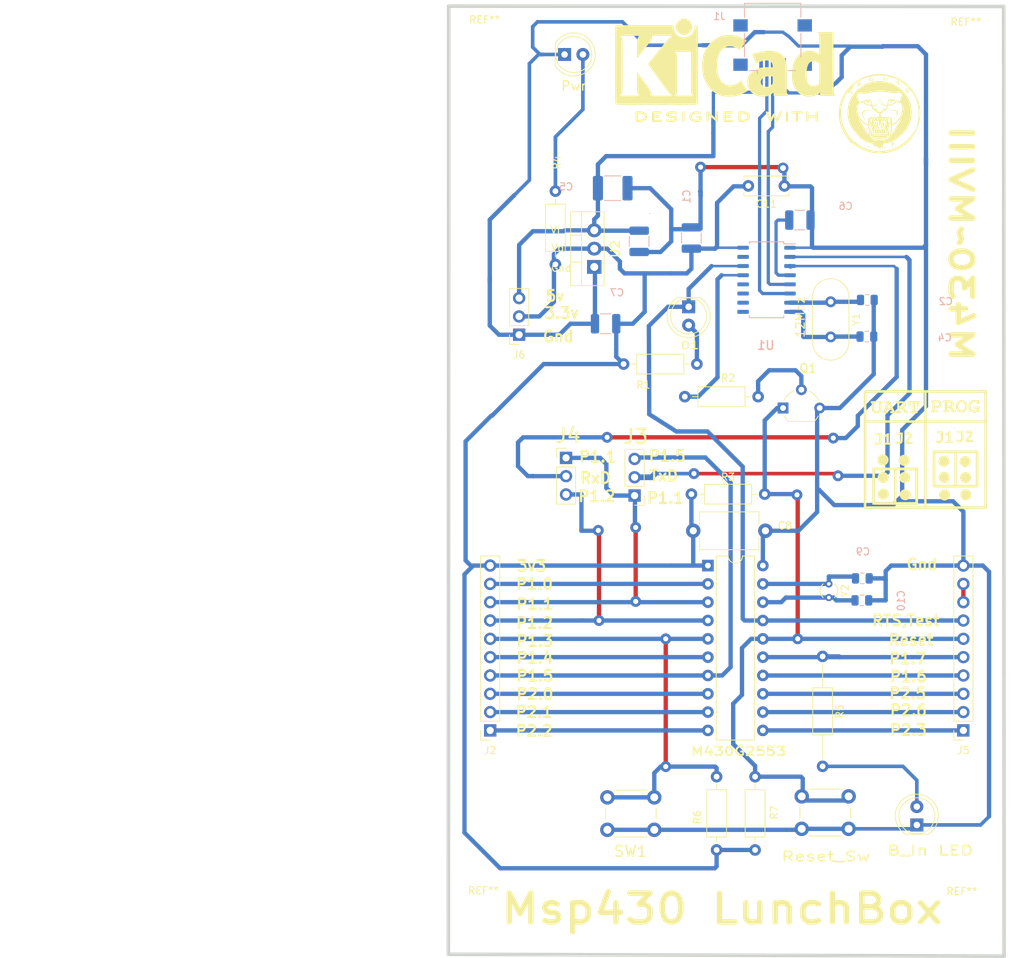
<source format=kicad_pcb>
(kicad_pcb (version 20171130) (host pcbnew 5.1.7-a382d34a8~87~ubuntu20.04.1)
  (layers (0 F.Cu signal) (31 B.Cu signal) (34 B.Paste user) (35 F.Paste user) (36 B.SilkS user) (37 F.SilkS user) (38 B.Mask user) (39 F.Mask user) (44 Edge.Cuts user))
  (net 0 "")
  (net 1 GND)
  (net 2 +3V3)
  (net 3 "Net-(C2-Pad1)")
  (net 4 +5V)
  (net 5 "Net-(C4-Pad1)")
  (net 6 "Net-(C6-Pad1)")
  (net 7 "Net-(C9-Pad1)")
  (net 8 "Net-(C10-Pad1)")
  (net 9 "Net-(D2-Pad2)")
  (net 10 "Net-(D3-Pad2)")
  (net 11 "Net-(J1-Pad4)")
  (net 12 Dp)
  (net 13 Dm)
  (net 14 "Net-(J1-Pad6)")
  (net 15 P1.0)
  (net 16 P1.1)
  (net 17 P1.2)
  (net 18 P1.3)
  (net 19 P1.4)
  (net 20 P1.5)
  (net 21 P2.0)
  (net 22 P2.1)
  (net 23 P2.2)
  (net 24 TxD)
  (net 25 RxD)
  (net 26 NS15)
  (net 27 RTS,Test)
  (net 28 Reset)
  (net 29 P1.7)
  (net 30 P1.6)
  (net 31 P2.5)
  (net 32 P2.4)
  (net 33 P2.3)
  (net 34 "Net-(Q1-Pad2)")
  (net 35 /DTR)
  (net 36 "Net-(U1-Pad15)")
  (net 37 "Net-(U1-Pad12)")
  (net 38 "Net-(U1-Pad11)")
  (net 39 "Net-(U1-Pad10)")
  (net 40 "Net-(U1-Pad9)")
  (net 41 "Net-(D1-Pad2)")
  (module Connector_USB:USB_Mini-B_Lumberg_2486_01_Horizontal (layer B.Cu) (at 125.8112 36.4144)
    (fp_text reference J1 (at -7.3964 -4.1056) (layer B.SilkS) (effects (justify mirror)))
    (fp_text value USB_B_Mini)
    (pad "" np_thru_hole circle (at 2.2 0) (size 1 1) (drill 1) (layers *.Cu *.Mask))
    (pad "" np_thru_hole circle (at -2.2 0) (size 1 1) (drill 1) (layers *.Cu *.Mask))
    (pad 6 smd rect (at 4.45 -2.85) (size 2 1.7) (layers B.Cu B.Paste B.Mask) (net 14 "Net-(J1-Pad6)"))
    (pad 6 smd rect (at 4.45 2.6) (size 2 1.7) (layers B.Cu B.Paste B.Mask) (net 14 "Net-(J1-Pad6)"))
    (pad 6 smd rect (at -4.45 -2.85) (size 2 1.7) (layers B.Cu B.Paste B.Mask) (net 14 "Net-(J1-Pad6)"))
    (pad 6 smd rect (at -4.45 2.6) (size 2 1.7) (layers B.Cu B.Paste B.Mask) (net 14 "Net-(J1-Pad6)"))
    (pad 5 smd rect (at 1.6 2.7) (size 0.5 2) (layers B.Cu B.Paste B.Mask) (net 1 GND))
    (pad 4 smd rect (at 0.8 2.7) (size 0.5 2) (layers B.Cu B.Paste B.Mask) (net 11 "Net-(J1-Pad4)"))
    (pad 3 smd rect (at 0 2.7) (size 0.5 2) (layers B.Cu B.Paste B.Mask) (net 12 Dp))
    (pad 2 smd rect (at -0.8 2.7) (size 0.5 2) (layers B.Cu B.Paste B.Mask) (net 13 Dm))
    (pad 1 smd rect (at -1.6 2.7) (size 0.5 2) (layers B.Cu B.Paste B.Mask) (net 4 +5V))
  )
  (module bitmaps:uart (layer F.Cu) (at 146.9644 92.3544)
    (fp_text reference G*** hide)
    (fp_text value LOGO hide)
  )
  (module bitmaps:uart (layer F.Cu) (at 149.5552 95.4024)
    (fp_text reference G*** hide)
    (fp_text value LOGO hide)
  )
  (module MountingHole:MountingHole_2.1mm (layer F.Cu) (at 85.7504 156.718)
    (fp_text reference REF** (at 0 -3.2) (layer F.SilkS))
    (fp_text value MountingHole_2.1mm)
    (pad "" np_thru_hole circle (at 0 0) (size 2.1 2.1) (drill 2.1) (layers *.Cu *.Mask))
  )
  (module MountingHole:MountingHole_2.1mm (layer F.Cu) (at 152.0444 156.8196)
    (fp_text reference REF** (at 0 -3.2) (layer F.SilkS))
    (fp_text value MountingHole_2.1mm)
    (pad "" np_thru_hole circle (at 0 0) (size 2.1 2.1) (drill 2.1) (layers *.Cu *.Mask))
  )
  (module MountingHole:MountingHole_2.1mm (layer F.Cu) (at 152.6032 36.2712)
    (fp_text reference REF** (at 0 -3.2) (layer F.SilkS))
    (fp_text value MountingHole_2.1mm)
    (pad "" np_thru_hole circle (at 0 0) (size 2.1 2.1) (drill 2.1) (layers *.Cu *.Mask))
  )
  (module MountingHole:MountingHole_2.1mm (layer F.Cu) (at 85.9028 35.9664)
    (fp_text reference REF** (at 0 -3.2) (layer F.SilkS))
    (fp_text value MountingHole_2.1mm)
    (pad "" np_thru_hole circle (at 0 0) (size 2.1 2.1) (drill 2.1) (layers *.Cu *.Mask))
  )
  (module Capacitor_SMD:C_1812_4532Metric (layer B.Cu) (at 103.65 56.134)
    (fp_text reference C5 (at -6.4696 -0.2032 180) (layer B.SilkS) (effects (justify mirror)))
    (fp_text value 10uF)
    (pad 2 smd roundrect (at 2.05 0) (size 1.4 3.4) (layers B.Cu B.Paste B.Mask) (roundrect_rratio 0.1785707142857143) (net 1 GND))
    (pad 1 smd roundrect (at -2.05 0) (size 1.4 3.4) (layers B.Cu B.Paste B.Mask) (roundrect_rratio 0.1785707142857143) (net 4 +5V))
  )
  (module Capacitor_SMD:C_1210_3225Metric (layer B.Cu) (at 107.315 63.5 270)
    (fp_text reference C3 (at -3.8608 -1.4478) (layer B.SilkS) (effects (font (size 0.1 0.1) (thickness 0.025)) (justify mirror)))
    (fp_text value 0.1uF)
    (pad 2 smd roundrect (at 1.475 0 270) (size 1.15 2.7) (layers B.Cu B.Paste B.Mask) (roundrect_rratio 0.2173904347826087) (net 1 GND))
    (pad 1 smd roundrect (at -1.475 0 270) (size 1.15 2.7) (layers B.Cu B.Paste B.Mask) (roundrect_rratio 0.2173904347826087) (net 4 +5V))
  )
  (module Capacitor_SMD:C_1210_3225Metric (layer B.Cu) (at 114.554 63.041 90)
    (fp_text reference C1 (at 5.7386 -0.6604 90) (layer B.SilkS) (effects (justify mirror)))
    (fp_text value 0.1u)
    (pad 2 smd roundrect (at 1.475 0 90) (size 1.15 2.7) (layers B.Cu B.Paste B.Mask) (roundrect_rratio 0.2173904347826087) (net 1 GND))
    (pad 1 smd roundrect (at -1.475 0 90) (size 1.15 2.7) (layers B.Cu B.Paste B.Mask) (roundrect_rratio 0.2173904347826087) (net 2 +3V3))
  )
  (module Capacitor_SMD:C_1210_3225Metric (layer B.Cu) (at 102.665 74.93 180)
    (fp_text reference C7 (at -1.5766 4.318) (layer B.SilkS) (effects (justify mirror)))
    (fp_text value 10uF)
    (pad 2 smd roundrect (at 1.475 0 180) (size 1.15 2.7) (layers B.Cu B.Paste B.Mask) (roundrect_rratio 0.2173904347826087) (net 1 GND))
    (pad 1 smd roundrect (at -1.475 0 180) (size 1.15 2.7) (layers B.Cu B.Paste B.Mask) (roundrect_rratio 0.2173904347826087) (net 2 +3V3))
  )
  (module Package_TO_SOT_THT:TO-92_Wide (layer F.Cu) (at 127.254 86.614)
    (fp_text reference Q1 (at 3.4544 -5.4864) (layer F.SilkS) (effects (font (size 1.2 1.2) (thickness 0.2))))
    (fp_text value BC547)
    (pad 1 thru_hole rect (at 0 0) (size 1.5 1.5) (drill 0.8) (layers *.Cu *.Mask) (net 28 Reset))
    (pad 3 thru_hole circle (at 5.08 0) (size 1.5 1.5) (drill 0.8) (layers *.Cu *.Mask) (net 1 GND))
    (pad 2 thru_hole circle (at 2.54 -2.54) (size 1.5 1.5) (drill 0.8) (layers *.Cu *.Mask) (net 34 "Net-(Q1-Pad2)"))
  )
  (module bitmaps:jaguar3 (layer F.Cu) (at 140.6652 45.72)
    (fp_text reference G*** hide)
    (fp_text value LOGO hide)
  )
  (module bitmaps:Uart_prog (layer F.Cu) (at 21.5392 98.1964)
    (fp_text reference G*** hide)
    (fp_text value LOGO hide)
  )
  (module Resistor_THT:R_Axial_DIN0207_L6.3mm_D2.5mm_P15.24mm_Horizontal (layer F.Cu) (at 132.7404 121.0564 270)
    (fp_text reference R5 (at 7.62 -2.37 90) (layer F.SilkS))
    (fp_text value 1k)
    (pad 2 thru_hole oval (at 15.24 0 270) (size 1.6 1.6) (drill 0.8) (layers *.Cu *.Mask) (net 10 "Net-(D3-Pad2)"))
    (pad 1 thru_hole circle (at 0 0 270) (size 1.6 1.6) (drill 0.8) (layers *.Cu *.Mask) (net 29 P1.7))
  )
  (module Symbol:KiCad-Logo2_12mm_SilkScreen (layer F.Cu) (at 119.2276 38.5572)
    (fp_text reference REF** hide)
    (fp_text value KiCad-Logo2_12mm_SilkScreen hide)
  )
  (module Capacitor_THT:C_Disc_D8.0mm_W5.0mm_P10.00mm (layer F.Cu) (at 114.808 103.632)
    (fp_text reference C8 (at 12.7 -0.7112) (layer F.SilkS))
    (fp_text value 0.1uF)
    (pad 2 thru_hole circle (at 10 0) (size 2 2) (drill 1) (layers *.Cu *.Mask) (net 1 GND))
    (pad 1 thru_hole circle (at 0 0) (size 2 2) (drill 1) (layers *.Cu *.Mask) (net 2 +3V3))
  )
  (module Resistor_THT:R_Axial_DIN0207_L6.3mm_D2.5mm_P10.16mm_Horizontal (layer F.Cu) (at 123.3805 147.8915 90)
    (fp_text reference R7 (at 5.1943 2.6543 90) (layer F.SilkS))
    (fp_text value 1k)
    (pad 2 thru_hole oval (at 10.16 0 90) (size 1.6 1.6) (drill 0.8) (layers *.Cu *.Mask) (net 28 Reset))
    (pad 1 thru_hole circle (at 0 0 90) (size 1.6 1.6) (drill 0.8) (layers *.Cu *.Mask) (net 2 +3V3))
  )
  (module Resistor_THT:R_Axial_DIN0207_L6.3mm_D2.5mm_P10.16mm_Horizontal (layer F.Cu) (at 118.0465 137.7315 270)
    (fp_text reference R6 (at 5.6261 2.6797 90) (layer F.SilkS))
    (fp_text value 1k)
    (pad 2 thru_hole oval (at 10.16 0 270) (size 1.6 1.6) (drill 0.8) (layers *.Cu *.Mask) (net 2 +3V3))
    (pad 1 thru_hole circle (at 0 0 270) (size 1.6 1.6) (drill 0.8) (layers *.Cu *.Mask) (net 18 P1.3))
  )
  (module Resistor_THT:R_Axial_DIN0207_L6.3mm_D2.5mm_P10.16mm_Horizontal (layer F.Cu) (at 95.7072 66.7004 90)
    (fp_text reference R4 (at 14.1224 0.2032 90) (layer F.SilkS))
    (fp_text value 1k)
    (pad 2 thru_hole oval (at 10.16 0 90) (size 1.6 1.6) (drill 0.8) (layers *.Cu *.Mask) (net 9 "Net-(D2-Pad2)"))
    (pad 1 thru_hole circle (at 0 0 90) (size 1.6 1.6) (drill 0.8) (layers *.Cu *.Mask) (net 2 +3V3))
  )
  (module Resistor_THT:R_Axial_DIN0207_L6.3mm_D2.5mm_P10.16mm_Horizontal (layer F.Cu) (at 114.554 98.552)
    (fp_text reference R3 (at 5.08 -2.37) (layer F.SilkS))
    (fp_text value 1k)
    (pad 2 thru_hole oval (at 10.16 0) (size 1.6 1.6) (drill 0.8) (layers *.Cu *.Mask) (net 28 Reset))
    (pad 1 thru_hole circle (at 0 0) (size 1.6 1.6) (drill 0.8) (layers *.Cu *.Mask) (net 2 +3V3))
  )
  (module Resistor_THT:R_Axial_DIN0207_L6.3mm_D2.5mm_P10.16mm_Horizontal (layer F.Cu) (at 123.7996 85.0392 180)
    (fp_text reference R2 (at 4.1656 2.5908) (layer F.SilkS))
    (fp_text value 1k)
    (pad 2 thru_hole oval (at 10.16 0 180) (size 1.6 1.6) (drill 0.8) (layers *.Cu *.Mask) (net 35 /DTR))
    (pad 1 thru_hole circle (at 0 0 180) (size 1.6 1.6) (drill 0.8) (layers *.Cu *.Mask) (net 34 "Net-(Q1-Pad2)"))
  )
  (module Resistor_THT:R_Axial_DIN0207_L6.3mm_D2.5mm_P10.16mm_Horizontal (layer F.Cu) (at 105.156 80.518)
    (fp_text reference R1 (at 2.7432 2.8956) (layer F.SilkS))
    (fp_text value 1k)
    (pad 2 thru_hole oval (at 10.16 0) (size 1.6 1.6) (drill 0.8) (layers *.Cu *.Mask) (net 41 "Net-(D1-Pad2)"))
    (pad 1 thru_hole circle (at 0 0) (size 1.6 1.6) (drill 0.8) (layers *.Cu *.Mask) (net 2 +3V3))
  )
  (module Capacitor_THT:C_Disc_D6.0mm_W2.5mm_P5.00mm (layer F.Cu) (at 127.4445 55.8165 180)
    (fp_text reference C11 (at 2.5 -2.5) (layer F.SilkS))
    (fp_text value 0.1uF)
    (pad 2 thru_hole circle (at 5 0 180) (size 1.6 1.6) (drill 0.8) (layers *.Cu *.Mask) (net 2 +3V3))
    (pad 1 thru_hole circle (at 0 0 180) (size 1.6 1.6) (drill 0.8) (layers *.Cu *.Mask) (net 1 GND))
  )
  (module Crystal:Crystal_C26-LF_D2.1mm_L6.5mm_Vertical (layer F.Cu) (at 133.604 110.998 270)
    (fp_text reference Y2 (at 0.95 -2.23 90) (layer F.SilkS))
    (fp_text value 32.768KHz)
    (pad 2 thru_hole circle (at 1.9 0 270) (size 1 1) (drill 0.5) (layers *.Cu *.Mask) (net 8 "Net-(C10-Pad1)"))
    (pad 1 thru_hole circle (at 0 0 270) (size 1 1) (drill 0.5) (layers *.Cu *.Mask) (net 7 "Net-(C9-Pad1)"))
  )
  (module Crystal:Crystal_HC49-U_Vertical (layer F.Cu) (at 133.858 71.882 270)
    (fp_text reference Y1 (at 2.44 -3.525 90) (layer F.SilkS))
    (fp_text value 12Mhz (at 2.1336 4.2164 90) (layer F.SilkS) (effects (font (size 1.2 1.2) (thickness 0.16))))
    (pad 2 thru_hole circle (at 4.88 0 270) (size 1.5 1.5) (drill 0.8) (layers *.Cu *.Mask) (net 5 "Net-(C4-Pad1)"))
    (pad 1 thru_hole circle (at 0 0 270) (size 1.5 1.5) (drill 0.8) (layers *.Cu *.Mask) (net 3 "Net-(C2-Pad1)"))
  )
  (module Package_DIP:DIP-20_W7.62mm (layer F.Cu) (at 116.84 108.458)
    (fp_text reference M430G2553 (at 4.2672 25.7556) (layer F.SilkS) (effects (font (size 1.2 1.5) (thickness 0.25))))
    (fp_text value MSP430G2553IN20)
    (pad 20 thru_hole oval (at 7.62 0) (size 1.6 1.6) (drill 0.8) (layers *.Cu *.Mask) (net 1 GND))
    (pad 10 thru_hole oval (at 0 22.86) (size 1.6 1.6) (drill 0.8) (layers *.Cu *.Mask) (net 23 P2.2))
    (pad 19 thru_hole oval (at 7.62 2.54) (size 1.6 1.6) (drill 0.8) (layers *.Cu *.Mask) (net 7 "Net-(C9-Pad1)"))
    (pad 9 thru_hole oval (at 0 20.32) (size 1.6 1.6) (drill 0.8) (layers *.Cu *.Mask) (net 22 P2.1))
    (pad 18 thru_hole oval (at 7.62 5.08) (size 1.6 1.6) (drill 0.8) (layers *.Cu *.Mask) (net 8 "Net-(C10-Pad1)"))
    (pad 8 thru_hole oval (at 0 17.78) (size 1.6 1.6) (drill 0.8) (layers *.Cu *.Mask) (net 21 P2.0))
    (pad 17 thru_hole oval (at 7.62 7.62) (size 1.6 1.6) (drill 0.8) (layers *.Cu *.Mask) (net 27 RTS,Test))
    (pad 7 thru_hole oval (at 0 15.24) (size 1.6 1.6) (drill 0.8) (layers *.Cu *.Mask) (net 20 P1.5))
    (pad 16 thru_hole oval (at 7.62 10.16) (size 1.6 1.6) (drill 0.8) (layers *.Cu *.Mask) (net 28 Reset))
    (pad 6 thru_hole oval (at 0 12.7) (size 1.6 1.6) (drill 0.8) (layers *.Cu *.Mask) (net 19 P1.4))
    (pad 15 thru_hole oval (at 7.62 12.7) (size 1.6 1.6) (drill 0.8) (layers *.Cu *.Mask) (net 29 P1.7))
    (pad 5 thru_hole oval (at 0 10.16) (size 1.6 1.6) (drill 0.8) (layers *.Cu *.Mask) (net 18 P1.3))
    (pad 14 thru_hole oval (at 7.62 15.24) (size 1.6 1.6) (drill 0.8) (layers *.Cu *.Mask) (net 30 P1.6))
    (pad 4 thru_hole oval (at 0 7.62) (size 1.6 1.6) (drill 0.8) (layers *.Cu *.Mask) (net 17 P1.2))
    (pad 13 thru_hole oval (at 7.62 17.78) (size 1.6 1.6) (drill 0.8) (layers *.Cu *.Mask) (net 31 P2.5))
    (pad 3 thru_hole oval (at 0 5.08) (size 1.6 1.6) (drill 0.8) (layers *.Cu *.Mask) (net 16 P1.1))
    (pad 12 thru_hole oval (at 7.62 20.32) (size 1.6 1.6) (drill 0.8) (layers *.Cu *.Mask) (net 32 P2.4))
    (pad 2 thru_hole oval (at 0 2.54) (size 1.6 1.6) (drill 0.8) (layers *.Cu *.Mask) (net 15 P1.0))
    (pad 11 thru_hole oval (at 7.62 22.86) (size 1.6 1.6) (drill 0.8) (layers *.Cu *.Mask) (net 33 P2.3))
    (pad 1 thru_hole rect (at 0 0) (size 1.6 1.6) (drill 0.8) (layers *.Cu *.Mask) (net 2 +3V3))
  )
  (module Package_TO_SOT_THT:TO-220-3_Vertical (layer F.Cu) (at 101.092 67.056 90)
    (fp_text reference U2 (at 2.4892 2.8956 90) (layer F.SilkS) (effects (font (size 1.2 1.2) (thickness 0.2))))
    (fp_text value LD1117)
    (pad 3 thru_hole oval (at 5.08 0 90) (size 1.905 2) (drill 1.1) (layers *.Cu *.Mask) (net 4 +5V))
    (pad 2 thru_hole oval (at 2.54 0 90) (size 1.905 2) (drill 1.1) (layers *.Cu *.Mask) (net 2 +3V3))
    (pad 1 thru_hole rect (at 0 0 90) (size 1.905 2) (drill 1.1) (layers *.Cu *.Mask) (net 1 GND))
  )
  (module Package_SO:SOIC-16_4.55x10.3mm_P1.27mm (layer B.Cu) (at 124.968 68.834 180)
    (fp_text reference U1 (at 0.1016 -9.0932) (layer B.SilkS) (effects (font (size 1.2 1.2) (thickness 0.2)) (justify mirror)))
    (fp_text value CH340G)
    (pad 16 smd roundrect (at 3.25 4.445 180) (size 1.6 0.55) (layers B.Cu B.Paste B.Mask) (net 2 +3V3))
    (pad 15 smd roundrect (at 3.25 3.175 180) (size 1.6 0.55) (layers B.Cu B.Paste B.Mask) (net 36 "Net-(U1-Pad15)"))
    (pad 14 smd roundrect (at 3.25 1.905 180) (size 1.6 0.55) (layers B.Cu B.Paste B.Mask) (net 27 RTS,Test))
    (pad 13 smd roundrect (at 3.25 0.635 180) (size 1.6 0.55) (layers B.Cu B.Paste B.Mask) (net 35 /DTR))
    (pad 12 smd roundrect (at 3.25 -0.635 180) (size 1.6 0.55) (layers B.Cu B.Paste B.Mask) (net 37 "Net-(U1-Pad12)"))
    (pad 11 smd roundrect (at 3.25 -1.905 180) (size 1.6 0.55) (layers B.Cu B.Paste B.Mask) (net 38 "Net-(U1-Pad11)"))
    (pad 10 smd roundrect (at 3.25 -3.175 180) (size 1.6 0.55) (layers B.Cu B.Paste B.Mask) (net 39 "Net-(U1-Pad10)"))
    (pad 9 smd roundrect (at 3.25 -4.445 180) (size 1.6 0.55) (layers B.Cu B.Paste B.Mask) (net 40 "Net-(U1-Pad9)"))
    (pad 8 smd roundrect (at -3.25 -4.445 180) (size 1.6 0.55) (layers B.Cu B.Paste B.Mask) (net 5 "Net-(C4-Pad1)"))
    (pad 7 smd roundrect (at -3.25 -3.175 180) (size 1.6 0.55) (layers B.Cu B.Paste B.Mask) (net 3 "Net-(C2-Pad1)"))
    (pad 6 smd roundrect (at -3.25 -1.905 180) (size 1.6 0.55) (layers B.Cu B.Paste B.Mask) (net 13 Dm))
    (pad 5 smd roundrect (at -3.25 -0.635 180) (size 1.6 0.55) (layers B.Cu B.Paste B.Mask) (net 12 Dp))
    (pad 4 smd roundrect (at -3.25 0.635 180) (size 1.6 0.55) (layers B.Cu B.Paste B.Mask) (net 6 "Net-(C6-Pad1)"))
    (pad 3 smd roundrect (at -3.25 1.905 180) (size 1.6 0.55) (layers B.Cu B.Paste B.Mask) (net 25 RxD))
    (pad 2 smd roundrect (at -3.25 3.175 180) (size 1.6 0.55) (layers B.Cu B.Paste B.Mask) (net 24 TxD))
    (pad 1 smd roundrect (at -3.25 4.445 180) (size 1.6 0.55) (layers B.Cu B.Paste B.Mask) (net 1 GND))
  )
  (module Button_Switch_THT:SW_PUSH_6mm_H5mm (layer F.Cu) (at 129.8448 140.462)
    (fp_text reference Reset_Sw (at 3.3528 8.3312) (layer F.SilkS) (effects (font (size 1.3 1.8) (thickness 0.2))))
    (fp_text value Sw_Reset)
    (pad 1 thru_hole circle (at 6.5 0 90) (size 2 2) (drill 1.1) (layers *.Cu *.Mask) (net 28 Reset))
    (pad 2 thru_hole circle (at 6.5 4.5 90) (size 2 2) (drill 1.1) (layers *.Cu *.Mask) (net 1 GND))
    (pad 1 thru_hole circle (at 0 0 90) (size 2 2) (drill 1.1) (layers *.Cu *.Mask) (net 28 Reset))
    (pad 2 thru_hole circle (at 0 4.5 90) (size 2 2) (drill 1.1) (layers *.Cu *.Mask) (net 1 GND))
  )
  (module Button_Switch_THT:SW_PUSH_6mm_H5mm (layer F.Cu) (at 102.9105 140.5975)
    (fp_text reference SW1 (at 3.2107 7.4845) (layer F.SilkS) (effects (font (size 1.5 1.5) (thickness 0.2))))
    (fp_text value Sw_P1.3)
    (pad 1 thru_hole circle (at 6.5 0 90) (size 2 2) (drill 1.1) (layers *.Cu *.Mask) (net 18 P1.3))
    (pad 2 thru_hole circle (at 6.5 4.5 90) (size 2 2) (drill 1.1) (layers *.Cu *.Mask) (net 1 GND))
    (pad 1 thru_hole circle (at 0 0 90) (size 2 2) (drill 1.1) (layers *.Cu *.Mask) (net 18 P1.3))
    (pad 2 thru_hole circle (at 0 4.5 90) (size 2 2) (drill 1.1) (layers *.Cu *.Mask) (net 1 GND))
  )
  (module Connector_PinSocket_2.54mm:PinSocket_1x03_P2.54mm_Vertical (layer F.Cu) (at 90.678 76.454 180)
    (fp_text reference J6 (at 0 -2.77) (layer F.SilkS))
    (fp_text value Power)
    (pad 3 thru_hole oval (at 0 5.08 180) (size 1.7 1.7) (drill 1) (layers *.Cu *.Mask) (net 4 +5V))
    (pad 2 thru_hole oval (at 0 2.54 180) (size 1.7 1.7) (drill 1) (layers *.Cu *.Mask) (net 2 +3V3))
    (pad 1 thru_hole rect (at 0 0 180) (size 1.7 1.7) (drill 1) (layers *.Cu *.Mask) (net 1 GND))
  )
  (module Connector_PinSocket_2.54mm:PinSocket_1x10_P2.54mm_Vertical (layer F.Cu) (at 152.2476 131.318 180)
    (fp_text reference J5 (at 0 -2.77) (layer F.SilkS))
    (fp_text value Conn_02)
    (pad 10 thru_hole oval (at 0 22.86 180) (size 1.7 1.7) (drill 1) (layers *.Cu *.Mask) (net 1 GND))
    (pad 9 thru_hole oval (at 0 20.32 180) (size 1.7 1.7) (drill 1) (layers *.Cu *.Mask) (net 26 NS15))
    (pad 8 thru_hole oval (at 0 17.78 180) (size 1.7 1.7) (drill 1) (layers *.Cu *.Mask) (net 26 NS15))
    (pad 7 thru_hole oval (at 0 15.24 180) (size 1.7 1.7) (drill 1) (layers *.Cu *.Mask) (net 27 RTS,Test))
    (pad 6 thru_hole oval (at 0 12.7 180) (size 1.7 1.7) (drill 1) (layers *.Cu *.Mask) (net 28 Reset))
    (pad 5 thru_hole oval (at 0 10.16 180) (size 1.7 1.7) (drill 1) (layers *.Cu *.Mask) (net 29 P1.7))
    (pad 4 thru_hole oval (at 0 7.62 180) (size 1.7 1.7) (drill 1) (layers *.Cu *.Mask) (net 30 P1.6))
    (pad 3 thru_hole oval (at 0 5.08 180) (size 1.7 1.7) (drill 1) (layers *.Cu *.Mask) (net 31 P2.5))
    (pad 2 thru_hole oval (at 0 2.54 180) (size 1.7 1.7) (drill 1) (layers *.Cu *.Mask) (net 32 P2.4))
    (pad 1 thru_hole rect (at 0 0 180) (size 1.7 1.7) (drill 1) (layers *.Cu *.Mask) (net 33 P2.3))
  )
  (module Connector_PinHeader_2.54mm:PinHeader_1x03_P2.54mm_Vertical (layer F.Cu) (at 97.1804 93.5228)
    (fp_text reference J4 (at 0.3048 -3.0988) (layer F.SilkS) (effects (font (size 2 2) (thickness 0.3))))
    (fp_text value CJ1)
    (pad 1 thru_hole rect (at 0 0) (size 1.7 1.7) (drill 1) (layers *.Cu *.Mask) (net 16 P1.1))
    (pad 2 thru_hole oval (at 0 2.54) (size 1.7 1.7) (drill 1) (layers *.Cu *.Mask) (net 25 RxD))
    (pad 3 thru_hole oval (at 0 5.08) (size 1.7 1.7) (drill 1) (layers *.Cu *.Mask) (net 17 P1.2))
  )
  (module Connector_PinHeader_2.54mm:PinHeader_1x03_P2.54mm_Vertical (layer F.Cu) (at 106.68 98.7552 180)
    (fp_text reference J3 (at -0.1524 8.1788) (layer F.SilkS) (effects (font (size 2 2) (thickness 0.3))))
    (fp_text value CJ2)
    (pad 3 thru_hole oval (at 0 5.08 180) (size 1.7 1.7) (drill 1) (layers *.Cu *.Mask) (net 20 P1.5))
    (pad 2 thru_hole oval (at 0 2.54 180) (size 1.7 1.7) (drill 1) (layers *.Cu *.Mask) (net 24 TxD))
    (pad 1 thru_hole rect (at 0 0 180) (size 1.7 1.7) (drill 1) (layers *.Cu *.Mask) (net 16 P1.1))
  )
  (module Connector_PinSocket_2.54mm:PinSocket_1x10_P2.54mm_Vertical (layer F.Cu) (at 86.6648 131.318 180)
    (fp_text reference J2 (at 0 -2.77) (layer F.SilkS))
    (fp_text value Conn_01)
    (pad 10 thru_hole oval (at 0 22.86 180) (size 1.7 1.7) (drill 1) (layers *.Cu *.Mask) (net 2 +3V3))
    (pad 9 thru_hole oval (at 0 20.32 180) (size 1.7 1.7) (drill 1) (layers *.Cu *.Mask) (net 15 P1.0))
    (pad 8 thru_hole oval (at 0 17.78 180) (size 1.7 1.7) (drill 1) (layers *.Cu *.Mask) (net 16 P1.1))
    (pad 7 thru_hole oval (at 0 15.24 180) (size 1.7 1.7) (drill 1) (layers *.Cu *.Mask) (net 17 P1.2))
    (pad 6 thru_hole oval (at 0 12.7 180) (size 1.7 1.7) (drill 1) (layers *.Cu *.Mask) (net 18 P1.3))
    (pad 5 thru_hole oval (at 0 10.16 180) (size 1.7 1.7) (drill 1) (layers *.Cu *.Mask) (net 19 P1.4))
    (pad 4 thru_hole oval (at 0 7.62 180) (size 1.7 1.7) (drill 1) (layers *.Cu *.Mask) (net 20 P1.5))
    (pad 3 thru_hole oval (at 0 5.08 180) (size 1.7 1.7) (drill 1) (layers *.Cu *.Mask) (net 21 P2.0))
    (pad 2 thru_hole oval (at 0 2.54 180) (size 1.7 1.7) (drill 1) (layers *.Cu *.Mask) (net 22 P2.1))
    (pad 1 thru_hole rect (at 0 0 180) (size 1.7 1.7) (drill 1) (layers *.Cu *.Mask) (net 23 P2.2))
  )
  (module LED_THT:LED_D5.0mm (layer F.Cu) (at 145.796 144.4244 90)
    (fp_text reference " B_In LED" (at -3.5433 1.1811 180) (layer F.SilkS) (effects (font (size 1.3 1.8) (thickness 0.25))))
    (fp_text value LED)
    (pad 2 thru_hole circle (at 2.54 0 90) (size 1.8 1.8) (drill 0.9) (layers *.Cu *.Mask) (net 10 "Net-(D3-Pad2)"))
    (pad 1 thru_hole rect (at 0 0 90) (size 1.8 1.8) (drill 0.9) (layers *.Cu *.Mask) (net 1 GND))
  )
  (module LED_THT:LED_D5.0mm (layer F.Cu) (at 96.9772 37.592)
    (fp_text reference Pwr (at 1.27 4.3688) (layer F.SilkS) (effects (font (size 1.3 1.3) (thickness 0.17))))
    (fp_text value PWR)
    (pad 2 thru_hole circle (at 2.54 0) (size 1.8 1.8) (drill 0.9) (layers *.Cu *.Mask) (net 9 "Net-(D2-Pad2)"))
    (pad 1 thru_hole rect (at 0 0) (size 1.8 1.8) (drill 0.9) (layers *.Cu *.Mask) (net 1 GND))
  )
  (module LED_THT:LED_D5.0mm (layer F.Cu) (at 114.173 72.5805 270)
    (fp_text reference D1 (at 5.3467 -0.1778) (layer F.SilkS) (effects (font (size 1 1.3) (thickness 0.19))))
    (fp_text value LED)
    (pad 2 thru_hole circle (at 2.54 0 270) (size 1.8 1.8) (drill 0.9) (layers *.Cu *.Mask) (net 41 "Net-(D1-Pad2)"))
    (pad 1 thru_hole rect (at 0 0 270) (size 1.8 1.8) (drill 0.9) (layers *.Cu *.Mask) (net 27 RTS,Test))
  )
  (module Capacitor_SMD:C_0805_2012Metric (layer B.Cu) (at 138.176 113.284)
    (fp_text reference C10 (at 5.4356 0.0508 90) (layer B.SilkS) (effects (justify mirror)))
    (fp_text value 22pF)
    (pad 2 smd roundrect (at 0.95 0) (size 1 1.45) (layers B.Cu B.Paste B.Mask) (net 1 GND))
    (pad 1 smd roundrect (at -0.95 0) (size 1 1.45) (layers B.Cu B.Paste B.Mask) (net 8 "Net-(C10-Pad1)"))
  )
  (module Capacitor_SMD:C_0805_2012Metric (layer B.Cu) (at 138.242 110.236)
    (fp_text reference C9 (at 0.0864 -3.7084) (layer B.SilkS) (effects (justify mirror)))
    (fp_text value 22pF)
    (pad 2 smd roundrect (at 0.95 0) (size 1 1.45) (layers B.Cu B.Paste B.Mask) (net 1 GND))
    (pad 1 smd roundrect (at -0.95 0) (size 1 1.45) (layers B.Cu B.Paste B.Mask) (net 7 "Net-(C9-Pad1)"))
  )
  (module Capacitor_SMD:C_1210_3225Metric (layer B.Cu) (at 129.589 60.5536)
    (fp_text reference C6 (at 6.35 -1.9304) (layer B.SilkS) (effects (justify mirror)))
    (fp_text value 0.1uF)
    (pad 2 smd roundrect (at 1.475 0) (size 1.15 2.7) (layers B.Cu B.Paste B.Mask) (roundrect_rratio 0.2173904347826087) (net 1 GND))
    (pad 1 smd roundrect (at -1.475 0) (size 1.15 2.7) (layers B.Cu B.Paste B.Mask) (roundrect_rratio 0.2173904347826087) (net 6 "Net-(C6-Pad1)"))
  )
  (module Capacitor_SMD:C_0805_2012Metric (layer B.Cu) (at 138.872 76.708)
    (fp_text reference C4 (at 10.7848 0.1524) (layer B.SilkS) (effects (justify mirror)))
    (fp_text value 22pF)
    (pad 2 smd roundrect (at 0.95 0) (size 1 1.45) (layers B.Cu B.Paste B.Mask) (net 1 GND))
    (pad 1 smd roundrect (at -0.95 0) (size 1 1.45) (layers B.Cu B.Paste B.Mask) (net 5 "Net-(C4-Pad1)"))
  )
  (module Capacitor_SMD:C_0805_2012Metric (layer B.Cu) (at 138.938 71.628)
    (fp_text reference C2 (at 10.8712 0.2032) (layer B.SilkS) (effects (justify mirror)))
    (fp_text value 22pF)
    (pad 2 smd roundrect (at 0.95 0) (size 1 1.45) (layers B.Cu B.Paste B.Mask) (net 1 GND))
    (pad 1 smd roundrect (at -0.95 0) (size 1 1.45) (layers B.Cu B.Paste B.Mask) (net 3 "Net-(C2-Pad1)"))
  )
  (gr_text P1.1 (at 101.5492 93.3704) (layer F.SilkS) (effects (font (size 1.5 1.5) (thickness 0.3))))
  (gr_text Vi (at 95.7072 61.976) (layer F.SilkS) (effects (font (size 1 1))))
  (gr_text Vo (at 96.012 64.4144) (layer F.SilkS) (effects (font (size 1 1))))
  (gr_text Gnd (at 96.52 67.2084) (layer F.SilkS) (effects (font (size 1 1))))
  (gr_text P1.5 (at 111.2012 93.2688) (layer F.SilkS) (effects (font (size 1.5 1.5) (thickness 0.3))))
  (gr_text P1.1 (at 110.9472 99.1108) (layer F.SilkS) (effects (font (size 1.5 1.5) (thickness 0.3))))
  (gr_text P1.2 (at 101.4476 98.8568) (layer F.SilkS) (effects (font (size 1.5 1.5) (thickness 0.3))))
  (gr_text P2.6 (at 144.6276 128.524) (layer F.SilkS) (effects (font (size 1.5 1.5) (thickness 0.3))))
  (gr_text P2.5 (at 144.526 126.1872) (layer F.SilkS) (effects (font (size 1.5 1.5) (thickness 0.3))))
  (gr_text P1.6 (at 144.6276 123.8504) (layer F.SilkS) (effects (font (size 1.5 1.5) (thickness 0.3))))
  (gr_text P2.3 (at 144.6276 131.2672) (layer F.SilkS) (effects (font (size 1.5 1.5) (thickness 0.3))))
  (gr_text P1.7 (at 144.526 121.3612) (layer F.SilkS) (effects (font (size 1.5 1.5) (thickness 0.3))))
  (gr_text Reset (at 144.9832 118.7704) (layer F.SilkS) (effects (font (size 1.5 1.5) (thickness 0.3))))
  (gr_text RTS,Test (at 144.272 116.078) (layer F.SilkS) (effects (font (size 1.5 1.5) (thickness 0.3))))
  (gr_text Gnd (at 146.5072 108.3056) (layer F.SilkS) (effects (font (size 1.5 1.5) (thickness 0.3))))
  (gr_text P2.2 (at 92.7608 131.3688) (layer F.SilkS) (effects (font (size 1.5 1.5) (thickness 0.3))))
  (gr_text P2.1 (at 92.7608 128.778) (layer F.SilkS) (effects (font (size 1.5 1.5) (thickness 0.3))))
  (gr_text P2.0 (at 92.8624 126.2888) (layer F.SilkS) (effects (font (size 1.5 1.5) (thickness 0.3))))
  (gr_text P1.5 (at 92.8624 123.7488) (layer F.SilkS) (effects (font (size 1.5 1.5) (thickness 0.3))))
  (gr_text P1.4 (at 92.8624 121.2596) (layer F.SilkS) (effects (font (size 1.5 1.5) (thickness 0.3))))
  (gr_text P1.3 (at 92.8624 118.9228) (layer F.SilkS) (effects (font (size 1.5 1.5) (thickness 0.3))))
  (gr_text "P1.2 \n" (at 93.3704 116.4336) (layer F.SilkS) (effects (font (size 1.5 1.5) (thickness 0.3))))
  (gr_text P1.1 (at 92.8624 113.8428) (layer F.SilkS) (effects (font (size 1.5 1.5) (thickness 0.3))))
  (gr_text "P1.0 " (at 93.3704 111.0488) (layer F.SilkS) (effects (font (size 1.5 1.5) (thickness 0.3))))
  (gr_text 3v3 (at 92.4052 108.5088) (layer F.SilkS) (effects (font (size 1.5 1.5) (thickness 0.3))))
  (gr_text M430~~MVIII (at 151.892 63.8048 270) (layer F.SilkS) (effects (font (size 3 4) (thickness 0.75)) (justify mirror)))
  (gr_text "Msp430 LunchBox" (at 118.7704 156.0576) (layer F.SilkS) (effects (font (size 4 4.5) (thickness 0.75))))
  (gr_text TxD (at 110.744 96.012) (layer F.SilkS) (effects (font (size 1.5 1.5) (thickness 0.3))))
  (gr_text RxD (at 101.2444 96.3168) (layer F.SilkS) (effects (font (size 1.5 1.5) (thickness 0.3))))
  (gr_text Gnd (at 96.1136 76.708) (layer F.SilkS) (effects (font (size 1.5 1.5) (thickness 0.3))))
  (gr_text 3.3v (at 96.5708 73.4568) (layer F.SilkS) (effects (font (size 1.5 1.5) (thickness 0.3))))
  (gr_text 5v (at 95.6564 71.0692) (layer F.SilkS) (effects (font (size 1.5 1.5) (thickness 0.3))))
  (gr_line (start 80.9244 30.8864) (end 157.8356 30.9372) (layer Edge.Cuts) (width 0.5))
  (gr_line (start 80.8736 162.3568) (end 80.9244 30.8864) (layer Edge.Cuts) (width 0.5))
  (gr_line (start 157.8864 162.6108) (end 80.8736 162.3568) (layer Edge.Cuts) (width 0.5))
  (gr_line (start 157.8356 30.9372) (end 157.8864 162.6108) (layer Edge.Cuts) (width 0.5))
  (via (at 115.824 53.213) (size 1.5) (drill 0.7) (layers F.Cu B.Cu) (net 1))
  (segment (start 115.7605 56.5785) (end 115.824 56.642) (width 0.6) (layer B.Cu) (net 1))
  (segment (start 115.726 61.82) (end 111.76 61.82) (width 0.6) (layer B.Cu) (net 1))
  (segment (start 115.824 61.722) (end 115.726 61.82) (width 0.6) (layer B.Cu) (net 1))
  (segment (start 107.315 64.975) (end 110.285 64.975) (width 0.6) (layer B.Cu) (net 1))
  (segment (start 111.76 63.5) (end 111.76 61.82) (width 0.6) (layer B.Cu) (net 1))
  (segment (start 110.285 64.975) (end 111.76 63.5) (width 0.6) (layer B.Cu) (net 1))
  (segment (start 141.097 36.449) (end 145.923 36.449) (width 0.6) (layer B.Cu) (net 1))
  (segment (start 145.923 36.449) (end 147.066 37.592) (width 0.6) (layer B.Cu) (net 1))
  (segment (start 127.508 55.88) (end 131.064 55.88) (width 0.6) (layer B.Cu) (net 1))
  (segment (start 131.269 56.085) (end 131.269 60.96) (width 0.6) (layer B.Cu) (net 1))
  (segment (start 131.064 55.88) (end 131.269 56.085) (width 0.6) (layer B.Cu) (net 1))
  (segment (start 147.066 52.832) (end 147.066 52.07) (width 0.6) (layer B.Cu) (net 1))
  (segment (start 147.066 52.07) (end 147.066 37.592) (width 0.6) (layer B.Cu) (net 1))
  (segment (start 139.822 81.92) (end 139.822 76.708) (width 0.6) (layer B.Cu) (net 1))
  (segment (start 139.822 71.694) (end 139.888 71.628) (width 0.6) (layer B.Cu) (net 1))
  (segment (start 139.822 76.708) (end 139.822 71.694) (width 0.6) (layer B.Cu) (net 1))
  (segment (start 147.066 64.008) (end 147.066 52.07) (width 0.6) (layer B.Cu) (net 1))
  (segment (start 131.269 60.96) (end 131.269 64.057) (width 0.6) (layer B.Cu) (net 1))
  (segment (start 143.764 89.662) (end 143.764 98.806) (width 0.6) (layer B.Cu) (net 1))
  (segment (start 147.066 86.36) (end 143.764 89.662) (width 0.6) (layer B.Cu) (net 1))
  (segment (start 147.066 64.008) (end 147.066 86.36) (width 0.6) (layer B.Cu) (net 1))
  (segment (start 102.9105 145.0975) (end 109.4105 145.0975) (width 0.6) (layer B.Cu) (net 1))
  (segment (start 109.4105 145.0975) (end 127.6985 145.0975) (width 0.6) (layer B.Cu) (net 1))
  (segment (start 129.9125 145.6055) (end 129.9845 145.5335) (width 0.6) (layer B.Cu) (net 1))
  (segment (start 124.46 103.98) (end 124.808 103.632) (width 0.6) (layer B.Cu) (net 1))
  (segment (start 124.46 108.458) (end 124.46 103.98) (width 0.6) (layer B.Cu) (net 1))
  (segment (start 139.126 113.284) (end 141.478 113.284) (width 0.6) (layer B.Cu) (net 1))
  (segment (start 141.478 113.284) (end 141.478 110.49) (width 0.6) (layer B.Cu) (net 1))
  (segment (start 141.224 110.236) (end 139.192 110.236) (width 0.6) (layer B.Cu) (net 1))
  (segment (start 141.478 110.49) (end 141.224 110.236) (width 0.6) (layer B.Cu) (net 1))
  (segment (start 111.76 59.055) (end 111.76 61.82) (width 0.6) (layer B.Cu) (net 1))
  (segment (start 108.839 56.134) (end 111.76 59.055) (width 0.6) (layer B.Cu) (net 1))
  (segment (start 105.7 56.134) (end 108.839 56.134) (width 0.6) (layer B.Cu) (net 1))
  (segment (start 101.19 67.154) (end 101.092 67.056) (width 0.6) (layer B.Cu) (net 1))
  (segment (start 101.19 74.93) (end 101.19 67.154) (width 0.6) (layer B.Cu) (net 1))
  (segment (start 90.678 76.454) (end 96.266 76.454) (width 0.6) (layer B.Cu) (net 1))
  (segment (start 97.79 74.93) (end 101.19 74.93) (width 0.6) (layer B.Cu) (net 1))
  (segment (start 96.266 76.454) (end 97.79 74.93) (width 0.6) (layer B.Cu) (net 1))
  (via (at 127.254 53.34) (size 1.5) (drill 0.8) (layers F.Cu B.Cu) (net 1))
  (segment (start 115.824 53.213) (end 115.824 57.2135) (width 0.6) (layer B.Cu) (net 1))
  (segment (start 115.824 57.2135) (end 115.824 61.722) (width 0.6) (layer B.Cu) (net 1))
  (segment (start 115.824 56.642) (end 115.824 57.2135) (width 0.6) (layer B.Cu) (net 1))
  (segment (start 127.508 53.213) (end 127.5715 53.1495) (width 0.6) (layer F.Cu) (net 1))
  (segment (start 115.824 53.213) (end 127.508 53.213) (width 0.6) (layer F.Cu) (net 1))
  (segment (start 127.4445 53.2765) (end 127.5715 53.1495) (width 0.6) (layer B.Cu) (net 1))
  (segment (start 127.4445 55.8165) (end 127.4445 53.2765) (width 0.6) (layer B.Cu) (net 1))
  (segment (start 136.7536 84.9884) (end 139.822 81.92) (width 0.6) (layer B.Cu) (net 1))
  (segment (start 135.128 86.614) (end 136.7536 84.9884) (width 0.6) (layer B.Cu) (net 1))
  (segment (start 131.9784 86.614) (end 135.128 86.614) (width 0.6) (layer B.Cu) (net 1))
  (segment (start 129.3876 103.632) (end 131.9784 101.0412) (width 0.6) (layer B.Cu) (net 1))
  (segment (start 124.808 103.632) (end 129.3876 103.632) (width 0.6) (layer B.Cu) (net 1))
  (segment (start 131.9784 97.9424) (end 132.2324 97.9424) (width 0.6) (layer B.Cu) (net 1))
  (segment (start 131.9784 101.0412) (end 131.9784 97.9424) (width 0.6) (layer B.Cu) (net 1))
  (segment (start 134.366 100.076) (end 139.7 100.076) (width 0.6) (layer B.Cu) (net 1))
  (segment (start 132.2324 97.9424) (end 134.366 100.076) (width 0.6) (layer B.Cu) (net 1))
  (segment (start 139.7 100.076) (end 139.446 100.076) (width 0.6) (layer B.Cu) (net 1))
  (segment (start 142.494 100.076) (end 139.7 100.076) (width 0.6) (layer B.Cu) (net 1))
  (segment (start 129.7093 145.0975) (end 129.8448 144.962) (width 0.6) (layer B.Cu) (net 1))
  (segment (start 127.6985 145.0975) (end 129.7093 145.0975) (width 0.6) (layer B.Cu) (net 1))
  (segment (start 136.3448 144.962) (end 129.8448 144.962) (width 0.6) (layer B.Cu) (net 1))
  (segment (start 136.3448 144.962) (end 136.3448 145.3364) (width 0.6) (layer B.Cu) (net 1))
  (segment (start 136.3448 145.3364) (end 136.3599 145.3515) (width 0.6) (layer B.Cu) (net 1))
  (segment (start 86.614 68.58) (end 86.614 69.088) (width 0.6) (layer B.Cu) (net 1))
  (segment (start 86.614 75.184) (end 87.884 76.454) (width 0.6) (layer B.Cu) (net 1))
  (segment (start 87.884 76.454) (end 90.678 76.454) (width 0.6) (layer B.Cu) (net 1))
  (segment (start 131.269 64.213) (end 131.445 64.389) (width 0.6) (layer B.Cu) (net 1))
  (segment (start 131.269 64.057) (end 131.269 64.213) (width 0.6) (layer B.Cu) (net 1))
  (segment (start 86.614 68.58) (end 86.614 68.9864) (width 0.6) (layer B.Cu) (net 1))
  (segment (start 86.614 68.9864) (end 86.614 75.184) (width 0.6) (layer B.Cu) (net 1))
  (segment (start 146.685 64.389) (end 147.066 64.008) (width 0.6) (layer B.Cu) (net 1))
  (segment (start 131.445 64.389) (end 146.685 64.389) (width 0.6) (layer B.Cu) (net 1))
  (segment (start 131.9784 86.9696) (end 132.334 86.614) (width 0.6) (layer B.Cu) (net 1))
  (segment (start 131.9784 97.9424) (end 131.9784 86.9696) (width 0.6) (layer B.Cu) (net 1))
  (segment (start 86.614 60.5028) (end 90.0176 57.0992) (width 0.6) (layer B.Cu) (net 1))
  (segment (start 86.614 68.9864) (end 86.614 60.5028) (width 0.6) (layer B.Cu) (net 1))
  (segment (start 121.524201 36.311399) (end 123.3424 34.4932) (width 0.6) (layer B.Cu) (net 1))
  (segment (start 123.3424 34.4932) (end 124.6124 34.4932) (width 0.6) (layer B.Cu) (net 1))
  (segment (start 116.139401 36.311399) (end 121.524201 36.311399) (width 0.6) (layer B.Cu) (net 1))
  (segment (start 141.0335 36.5125) (end 141.097 36.449) (width 0.6) (layer B.Cu) (net 1))
  (segment (start 136.5885 36.5125) (end 141.0335 36.5125) (width 0.6) (layer B.Cu) (net 1))
  (segment (start 135.382 37.719) (end 136.5885 36.5125) (width 0.6) (layer B.Cu) (net 1))
  (segment (start 135.382 40.7416) (end 135.382 37.719) (width 0.6) (layer B.Cu) (net 1))
  (segment (start 134.5692 41.5544) (end 135.382 40.7416) (width 0.6) (layer B.Cu) (net 1))
  (segment (start 151.2824 108.458) (end 152.2476 108.458) (width 0.6) (layer B.Cu) (net 1))
  (segment (start 141.478 109.22) (end 142.24 108.458) (width 0.6) (layer B.Cu) (net 1))
  (segment (start 142.24 108.458) (end 151.2824 108.458) (width 0.6) (layer B.Cu) (net 1))
  (segment (start 141.478 110.49) (end 141.478 109.22) (width 0.6) (layer B.Cu) (net 1))
  (segment (start 152.2476 108.458) (end 154.94 108.458) (width 0.6) (layer B.Cu) (net 1))
  (segment (start 154.94 108.458) (end 155.8036 109.3216) (width 0.6) (layer B.Cu) (net 1))
  (segment (start 143.0274 99.5426) (end 150.7998 99.5426) (width 0.6) (layer B.Cu) (net 1))
  (segment (start 143.764 98.806) (end 143.0274 99.5426) (width 0.6) (layer B.Cu) (net 1))
  (segment (start 143.0274 99.5426) (end 142.494 100.076) (width 0.6) (layer B.Cu) (net 1))
  (segment (start 152.2476 100.9904) (end 152.2476 108.458) (width 0.6) (layer B.Cu) (net 1))
  (segment (start 150.7998 99.5426) (end 152.2476 100.9904) (width 0.6) (layer B.Cu) (net 1))
  (segment (start 93.5736 37.592) (end 92.5576 36.576) (width 0.5) (layer B.Cu) (net 1))
  (segment (start 92.5576 36.576) (end 92.5576 33.7312) (width 0.5) (layer B.Cu) (net 1))
  (segment (start 92.5576 33.7312) (end 93.218 33.0708) (width 0.5) (layer B.Cu) (net 1))
  (segment (start 93.218 33.0708) (end 105.0036 33.0708) (width 0.5) (layer B.Cu) (net 1))
  (segment (start 108.244199 36.311399) (end 116.139401 36.311399) (width 0.5) (layer B.Cu) (net 1))
  (segment (start 105.0036 33.0708) (end 108.244199 36.311399) (width 0.5) (layer B.Cu) (net 1))
  (segment (start 93.98 37.592) (end 93.3704 37.592) (width 0.5) (layer B.Cu) (net 1))
  (segment (start 96.9772 37.592) (end 93.98 37.592) (width 0.5) (layer B.Cu) (net 1))
  (segment (start 93.98 37.592) (end 93.5736 37.592) (width 0.5) (layer B.Cu) (net 1))
  (segment (start 93.3704 37.592) (end 92.1004 38.862) (width 0.5) (layer B.Cu) (net 1))
  (segment (start 92.1004 55.0164) (end 90.0176 57.0992) (width 0.5) (layer B.Cu) (net 1))
  (segment (start 92.1004 38.862) (end 92.1004 55.0164) (width 0.5) (layer B.Cu) (net 1))
  (segment (start 127.4112 39.1144) (end 127.4112 42.2704) (width 0.45) (layer B.Cu) (net 1))
  (segment (start 127.4112 42.2704) (end 128.0668 42.926) (width 0.45) (layer B.Cu) (net 1))
  (segment (start 133.1976 42.926) (end 134.5692 41.5544) (width 0.45) (layer B.Cu) (net 1))
  (segment (start 128.0668 42.926) (end 133.1976 42.926) (width 0.45) (layer B.Cu) (net 1))
  (segment (start 136.4996 36.4236) (end 136.5885 36.5125) (width 0.45) (layer B.Cu) (net 1))
  (segment (start 129.389402 36.4236) (end 136.4996 36.4236) (width 0.45) (layer B.Cu) (net 1))
  (segment (start 128.322602 35.3568) (end 129.389402 36.4236) (width 0.45) (layer B.Cu) (net 1))
  (segment (start 128.0668 35.1028) (end 128.322602 35.3568) (width 0.45) (layer B.Cu) (net 1))
  (segment (start 127.2032 34.4932) (end 128.0668 35.1028) (width 0.45) (layer B.Cu) (net 1))
  (segment (start 124.6124 34.4932) (end 127.2032 34.4932) (width 0.45) (layer B.Cu) (net 1))
  (segment (start 128.218 64.389) (end 131.445 64.389) (width 0.35) (layer B.Cu) (net 1))
  (segment (start 145.2584 144.962) (end 145.796 144.4244) (width 0.5) (layer B.Cu) (net 1))
  (segment (start 136.3448 144.962) (end 145.2584 144.962) (width 0.5) (layer B.Cu) (net 1))
  (segment (start 145.796 144.4244) (end 154.6352 144.4244) (width 0.5) (layer B.Cu) (net 1))
  (segment (start 155.8036 109.3216) (end 155.8036 143.256) (width 0.6) (layer B.Cu) (net 1))
  (segment (start 154.6352 144.4244) (end 155.8036 143.256) (width 0.5) (layer B.Cu) (net 1))
  (segment (start 114.554 64.516) (end 114.554 67.31) (width 0.6) (layer B.Cu) (net 2))
  (segment (start 108.077 73.279) (end 108.077 67.945) (width 0.6) (layer B.Cu) (net 2))
  (segment (start 106.426 74.93) (end 108.077 73.279) (width 0.6) (layer B.Cu) (net 2))
  (segment (start 108.077 67.945) (end 111.76 67.945) (width 0.6) (layer B.Cu) (net 2))
  (segment (start 113.919 67.945) (end 114.554 67.31) (width 0.6) (layer B.Cu) (net 2))
  (segment (start 111.76 67.945) (end 113.919 67.945) (width 0.6) (layer B.Cu) (net 2))
  (segment (start 122.508 55.88) (end 120.396 55.88) (width 0.6) (layer B.Cu) (net 2))
  (segment (start 120.396 55.88) (end 118.11 58.166) (width 0.6) (layer B.Cu) (net 2))
  (segment (start 118.11 58.166) (end 118.11 64.262) (width 0.6) (layer B.Cu) (net 2))
  (segment (start 104.14 74.93) (end 104.14 78.486) (width 0.6) (layer B.Cu) (net 2))
  (segment (start 104.14 79.502) (end 105.156 80.518) (width 0.6) (layer B.Cu) (net 2))
  (segment (start 104.14 78.486) (end 104.14 79.502) (width 0.6) (layer B.Cu) (net 2))
  (segment (start 122.8725 147.8915) (end 123.1265 147.6375) (width 0.6) (layer B.Cu) (net 2))
  (segment (start 118.0465 150.1775) (end 118.0465 147.8915) (width 0.6) (layer B.Cu) (net 2))
  (segment (start 117.7925 150.4315) (end 118.0465 150.1775) (width 0.6) (layer B.Cu) (net 2))
  (segment (start 114.554 103.378) (end 114.808 103.632) (width 0.6) (layer B.Cu) (net 2))
  (segment (start 114.554 98.552) (end 114.554 103.378) (width 0.6) (layer B.Cu) (net 2))
  (segment (start 123.3805 147.8915) (end 123.6345 147.6375) (width 0.6) (layer B.Cu) (net 2))
  (segment (start 118.0465 147.8915) (end 123.3805 147.8915) (width 0.6) (layer B.Cu) (net 2))
  (segment (start 114.808 103.632) (end 114.808 108.458) (width 0.6) (layer B.Cu) (net 2))
  (segment (start 114.808 108.458) (end 111.827905 108.458) (width 0.6) (layer B.Cu) (net 2))
  (segment (start 116.84 108.458) (end 114.808 108.458) (width 0.6) (layer B.Cu) (net 2))
  (segment (start 101.092 64.516) (end 102.87 64.516) (width 0.6) (layer B.Cu) (net 2))
  (segment (start 102.87 64.516) (end 104.648 66.294) (width 0.6) (layer B.Cu) (net 2))
  (segment (start 104.648 67.31) (end 105.283 67.945) (width 0.6) (layer B.Cu) (net 2))
  (segment (start 104.648 66.294) (end 104.648 67.31) (width 0.6) (layer B.Cu) (net 2))
  (segment (start 105.283 67.945) (end 108.077 67.945) (width 0.6) (layer B.Cu) (net 2))
  (segment (start 90.678 73.914) (end 93.472 73.914) (width 0.6) (layer B.Cu) (net 2))
  (segment (start 93.472 73.914) (end 95.504 71.882) (width 0.6) (layer B.Cu) (net 2))
  (segment (start 95.504 71.882) (end 95.504 65.278) (width 0.6) (layer B.Cu) (net 2))
  (segment (start 96.266 64.516) (end 101.092 64.516) (width 0.6) (layer B.Cu) (net 2))
  (segment (start 95.504 65.278) (end 96.266 64.516) (width 0.6) (layer B.Cu) (net 2))
  (segment (start 117.856 64.516) (end 118.11 64.262) (width 0.6) (layer B.Cu) (net 2))
  (segment (start 117.9195 64.389) (end 117.7925 64.516) (width 0.6) (layer B.Cu) (net 2))
  (segment (start 117.7925 64.516) (end 117.856 64.516) (width 0.6) (layer B.Cu) (net 2))
  (segment (start 114.554 64.516) (end 117.7925 64.516) (width 0.6) (layer B.Cu) (net 2))
  (segment (start 94.0816 80.518) (end 105.156 80.518) (width 0.6) (layer B.Cu) (net 2))
  (segment (start 86.9188 87.6808) (end 94.0816 80.518) (width 0.6) (layer B.Cu) (net 2))
  (segment (start 104.14 74.93) (end 106.426 74.93) (width 0.6) (layer B.Cu) (net 2))
  (segment (start 86.6648 108.458) (end 91.8972 108.458) (width 0.6) (layer B.Cu) (net 2))
  (segment (start 91.8972 108.458) (end 91.186 108.458) (width 0.6) (layer B.Cu) (net 2))
  (segment (start 111.827905 108.458) (end 91.8972 108.458) (width 0.6) (layer B.Cu) (net 2))
  (segment (start 86.6648 108.458) (end 84.328 108.458) (width 0.6) (layer B.Cu) (net 2))
  (segment (start 83.1088 109.6772) (end 83.1088 145.4912) (width 0.6) (layer B.Cu) (net 2))
  (segment (start 88.0491 150.4315) (end 117.7925 150.4315) (width 0.6) (layer B.Cu) (net 2))
  (segment (start 83.1088 145.4912) (end 88.0491 150.4315) (width 0.6) (layer B.Cu) (net 2))
  (segment (start 86.9188 87.6808) (end 86.8172 87.6808) (width 0.6) (layer B.Cu) (net 2))
  (segment (start 86.8172 87.6808) (end 83.2612 91.2368) (width 0.6) (layer B.Cu) (net 2))
  (segment (start 83.2612 107.7468) (end 84.1502 108.6358) (width 0.6) (layer B.Cu) (net 2))
  (segment (start 84.1502 108.6358) (end 83.1088 109.6772) (width 0.6) (layer B.Cu) (net 2))
  (segment (start 83.2612 91.2368) (end 83.2612 107.7468) (width 0.6) (layer B.Cu) (net 2))
  (segment (start 84.328 108.458) (end 84.1502 108.6358) (width 0.6) (layer B.Cu) (net 2))
  (segment (start 117.983 64.389) (end 117.856 64.516) (width 0.35) (layer B.Cu) (net 2))
  (segment (start 121.718 64.389) (end 117.983 64.389) (width 0.35) (layer B.Cu) (net 2))
  (segment (start 133.731 72.009) (end 133.858 71.882) (width 0.6) (layer B.Cu) (net 3))
  (segment (start 137.734 71.882) (end 137.988 71.628) (width 0.6) (layer B.Cu) (net 3))
  (segment (start 133.858 71.882) (end 137.734 71.882) (width 0.6) (layer B.Cu) (net 3))
  (segment (start 128.218 72.009) (end 130.5814 72.009) (width 0.6) (layer B.Cu) (net 3))
  (segment (start 130.5814 72.009) (end 133.731 72.009) (width 0.6) (layer B.Cu) (net 3))
  (segment (start 130.429 72.009) (end 130.5814 72.009) (width 0.6) (layer B.Cu) (net 3))
  (segment (start 102.743 51.689) (end 117.602 51.689) (width 0.6) (layer B.Cu) (net 4))
  (segment (start 101.6 52.832) (end 102.743 51.689) (width 0.6) (layer B.Cu) (net 4))
  (segment (start 117.602 51.689) (end 117.602 48.514) (width 0.6) (layer B.Cu) (net 4))
  (segment (start 101.6 56.134) (end 101.6 52.832) (width 0.6) (layer B.Cu) (net 4))
  (segment (start 101.141 62.025) (end 101.092 61.976) (width 0.6) (layer B.Cu) (net 4))
  (segment (start 101.092 61.976) (end 101.092 60.452) (width 0.6) (layer B.Cu) (net 4))
  (segment (start 101.6 59.944) (end 101.6 56.134) (width 0.6) (layer B.Cu) (net 4))
  (segment (start 101.092 60.452) (end 101.6 59.944) (width 0.6) (layer B.Cu) (net 4))
  (segment (start 97.028 61.976) (end 101.092 61.976) (width 0.6) (layer B.Cu) (net 4))
  (segment (start 90.678 71.374) (end 90.678 64.008) (width 0.6) (layer B.Cu) (net 4))
  (segment (start 92.583 62.103) (end 96.901 62.103) (width 0.6) (layer B.Cu) (net 4))
  (segment (start 90.678 64.008) (end 92.583 62.103) (width 0.6) (layer B.Cu) (net 4))
  (segment (start 96.901 62.103) (end 97.028 61.976) (width 0.6) (layer B.Cu) (net 4))
  (segment (start 107.315 62.025) (end 101.141 62.025) (width 0.6) (layer B.Cu) (net 4))
  (segment (start 117.602 47.0916) (end 117.602 46.482) (width 0.6) (layer B.Cu) (net 4))
  (segment (start 117.602 48.514) (end 117.602 47.0916) (width 0.6) (layer B.Cu) (net 4))
  (segment (start 123.19 42.8244) (end 124.2112 41.8032) (width 0.45) (layer B.Cu) (net 4))
  (segment (start 124.2112 41.8032) (end 124.2112 39.1144) (width 0.45) (layer B.Cu) (net 4))
  (segment (start 117.6528 42.8244) (end 123.19 42.8244) (width 0.45) (layer B.Cu) (net 4))
  (segment (start 117.602 42.8752) (end 117.6528 42.8244) (width 0.45) (layer B.Cu) (net 4))
  (segment (start 117.602 47.0916) (end 117.602 42.8752) (width 0.45) (layer B.Cu) (net 4))
  (segment (start 130.048 75.692) (end 130.048 76.708) (width 0.6) (layer B.Cu) (net 5))
  (segment (start 130.102 76.762) (end 133.858 76.762) (width 0.6) (layer B.Cu) (net 5))
  (segment (start 130.048 76.708) (end 130.102 76.762) (width 0.6) (layer B.Cu) (net 5))
  (segment (start 133.912 76.708) (end 133.858 76.762) (width 0.6) (layer B.Cu) (net 5))
  (segment (start 137.922 76.708) (end 133.912 76.708) (width 0.6) (layer B.Cu) (net 5))
  (segment (start 128.218 73.279) (end 129.667 73.279) (width 0.6) (layer B.Cu) (net 5))
  (segment (start 130.048 73.66) (end 130.048 75.692) (width 0.6) (layer B.Cu) (net 5))
  (segment (start 129.667 73.279) (end 130.048 73.66) (width 0.6) (layer B.Cu) (net 5))
  (segment (start 128.065 61.214) (end 128.319 60.96) (width 0.6) (layer B.Cu) (net 6))
  (segment (start 128.218 68.199) (end 126.619 68.199) (width 0.45) (layer B.Cu) (net 6))
  (segment (start 126.619 68.199) (end 126.2888 67.8688) (width 0.45) (layer B.Cu) (net 6))
  (segment (start 126.2888 67.8688) (end 126.2888 60.8076) (width 0.45) (layer B.Cu) (net 6))
  (segment (start 126.5428 60.5536) (end 128.114 60.5536) (width 0.45) (layer B.Cu) (net 6))
  (segment (start 126.2888 60.8076) (end 126.5428 60.5536) (width 0.45) (layer B.Cu) (net 6))
  (segment (start 124.46 110.998) (end 133.604 110.998) (width 0.6) (layer B.Cu) (net 7))
  (segment (start 133.604 110.998) (end 133.604 109.982) (width 0.6) (layer B.Cu) (net 7))
  (segment (start 137.038 109.982) (end 137.292 110.236) (width 0.6) (layer B.Cu) (net 7))
  (segment (start 133.604 109.982) (end 137.038 109.982) (width 0.6) (layer B.Cu) (net 7))
  (segment (start 127.64 112.898) (end 133.604 112.898) (width 0.6) (layer B.Cu) (net 8))
  (segment (start 127 113.538) (end 127.64 112.898) (width 0.6) (layer B.Cu) (net 8))
  (segment (start 124.46 113.538) (end 127 113.538) (width 0.6) (layer B.Cu) (net 8))
  (segment (start 133.604 112.898) (end 134.244 112.898) (width 0.6) (layer B.Cu) (net 8))
  (segment (start 134.63 113.284) (end 137.226 113.284) (width 0.6) (layer B.Cu) (net 8))
  (segment (start 134.244 112.898) (end 134.63 113.284) (width 0.6) (layer B.Cu) (net 8))
  (segment (start 95.7072 49.4284) (end 95.7072 49.022) (width 0.5) (layer B.Cu) (net 9))
  (segment (start 95.7072 56.5404) (end 95.7072 49.4284) (width 0.5) (layer B.Cu) (net 9))
  (segment (start 95.7072 49.4284) (end 95.7072 49.0728) (width 0.5) (layer B.Cu) (net 9))
  (segment (start 99.5172 45.212) (end 99.5172 37.592) (width 0.5) (layer B.Cu) (net 9))
  (segment (start 95.7072 49.022) (end 99.5172 45.212) (width 0.5) (layer B.Cu) (net 9))
  (segment (start 145.796 138.2268) (end 145.796 141.8844) (width 0.5) (layer B.Cu) (net 10))
  (segment (start 143.8656 136.2964) (end 145.796 138.2268) (width 0.5) (layer B.Cu) (net 10))
  (segment (start 132.7404 136.2964) (end 143.8656 136.2964) (width 0.5) (layer B.Cu) (net 10))
  (segment (start 125.8112 39.1144) (end 125.8112 47.6708) (width 0.45) (layer B.Cu) (net 12))
  (segment (start 125.211608 48.270392) (end 125.211608 69.230008) (width 0.45) (layer B.Cu) (net 12))
  (segment (start 125.8112 47.6708) (end 125.211608 48.270392) (width 0.45) (layer B.Cu) (net 12))
  (segment (start 125.4506 69.469) (end 128.218 69.469) (width 0.45) (layer B.Cu) (net 12))
  (segment (start 125.211608 69.230008) (end 125.4506 69.469) (width 0.45) (layer B.Cu) (net 12))
  (segment (start 124.0028 70.3072) (end 124.4346 70.739) (width 0.45) (layer B.Cu) (net 13))
  (segment (start 124.4346 70.739) (end 128.218 70.739) (width 0.45) (layer B.Cu) (net 13))
  (segment (start 124.0028 46.4312) (end 124.0028 70.3072) (width 0.45) (layer B.Cu) (net 13))
  (segment (start 125.0112 45.4228) (end 124.0028 46.4312) (width 0.45) (layer B.Cu) (net 13))
  (segment (start 125.0112 39.1144) (end 125.0112 45.4228) (width 0.45) (layer B.Cu) (net 13))
  (segment (start 86.6648 110.998) (end 91.9988 110.998) (width 0.6) (layer B.Cu) (net 15))
  (segment (start 91.9988 110.998) (end 91.186 110.998) (width 0.6) (layer B.Cu) (net 15))
  (segment (start 116.84 110.998) (end 91.9988 110.998) (width 0.6) (layer B.Cu) (net 15))
  (via (at 106.8324 103.1748) (size 1.5) (drill 0.7) (layers F.Cu B.Cu) (net 16))
  (segment (start 116.84 113.538) (end 106.426 113.538) (width 0.6) (layer B.Cu) (net 16))
  (via (at 106.8324 113.4364) (size 1.5) (drill 0.7) (layers F.Cu B.Cu) (net 16))
  (segment (start 99.568 93.5228) (end 99.6188 93.472) (width 0.6) (layer B.Cu) (net 16))
  (segment (start 99.314 93.472) (end 99.6188 93.472) (width 0.6) (layer B.Cu) (net 16))
  (segment (start 97.1804 93.5228) (end 101.9048 93.5228) (width 0.6) (layer B.Cu) (net 16))
  (segment (start 101.9048 93.5228) (end 102.7684 94.3864) (width 0.6) (layer B.Cu) (net 16))
  (segment (start 102.7684 94.3864) (end 102.7684 97.6884) (width 0.6) (layer B.Cu) (net 16))
  (segment (start 103.8352 98.7552) (end 106.03079 98.7552) (width 0.6) (layer B.Cu) (net 16))
  (segment (start 102.7684 97.6884) (end 103.8352 98.7552) (width 0.6) (layer B.Cu) (net 16))
  (segment (start 106.7308 103.0732) (end 106.68 103.124) (width 0.6) (layer B.Cu) (net 16))
  (segment (start 106.7308 98.552) (end 106.7308 103.0732) (width 0.6) (layer B.Cu) (net 16))
  (segment (start 106.8832 103.3272) (end 106.68 103.124) (width 0.6) (layer F.Cu) (net 16))
  (segment (start 106.8324 113.4364) (end 106.8324 103.1748) (width 0.6) (layer F.Cu) (net 16))
  (segment (start 91.2876 113.538) (end 91.186 113.538) (width 0.6) (layer B.Cu) (net 16))
  (segment (start 86.6648 113.538) (end 91.2876 113.538) (width 0.6) (layer B.Cu) (net 16))
  (segment (start 106.426 113.538) (end 91.2876 113.538) (width 0.6) (layer B.Cu) (net 16))
  (via (at 101.6508 103.5812) (size 1.5) (drill 0.7) (layers F.Cu B.Cu) (net 17))
  (segment (start 116.84 116.078) (end 99.568 116.078) (width 0.6) (layer B.Cu) (net 17))
  (via (at 101.7524 116.078) (size 1.5) (drill 0.7) (layers F.Cu B.Cu) (net 17))
  (segment (start 99.314 103.632) (end 99.314 98.552) (width 0.6) (layer B.Cu) (net 17))
  (segment (start 101.7524 116.078) (end 101.7524 103.632) (width 0.6) (layer F.Cu) (net 17))
  (segment (start 99.314 103.632) (end 101.6 103.632) (width 0.6) (layer B.Cu) (net 17))
  (segment (start 99.2632 98.6028) (end 99.314 98.552) (width 0.6) (layer B.Cu) (net 17))
  (segment (start 97.1804 98.6028) (end 99.2632 98.6028) (width 0.6) (layer B.Cu) (net 17))
  (segment (start 86.6648 116.078) (end 91.8972 116.078) (width 0.6) (layer B.Cu) (net 17))
  (segment (start 91.8972 116.078) (end 91.186 116.078) (width 0.6) (layer B.Cu) (net 17))
  (segment (start 99.568 116.078) (end 91.8972 116.078) (width 0.6) (layer B.Cu) (net 17))
  (segment (start 116.84 118.618) (end 111.506 118.618) (width 0.6) (layer B.Cu) (net 18))
  (segment (start 102.9105 140.5975) (end 109.4105 140.5975) (width 0.6) (layer B.Cu) (net 18))
  (segment (start 110.998 136.652) (end 110.998 136.652) (width 0.6) (layer B.Cu) (net 18))
  (via (at 110.998 136.3345) (size 1.5) (drill 0.7) (layers F.Cu B.Cu) (net 18))
  (via (at 110.998 118.618) (size 1.5) (drill 0.7) (layers F.Cu B.Cu) (net 18))
  (segment (start 110.998 136.3345) (end 110.998 118.618) (width 0.6) (layer F.Cu) (net 18))
  (segment (start 110.2995 136.3345) (end 110.998 136.3345) (width 0.6) (layer B.Cu) (net 18))
  (segment (start 109.4105 137.2235) (end 110.2995 136.3345) (width 0.6) (layer B.Cu) (net 18))
  (segment (start 109.4105 140.5975) (end 109.4105 137.2235) (width 0.6) (layer B.Cu) (net 18))
  (segment (start 110.998 136.3345) (end 117.8433 136.3345) (width 0.6) (layer B.Cu) (net 18))
  (segment (start 118.0465 136.5377) (end 118.0465 137.7315) (width 0.6) (layer B.Cu) (net 18))
  (segment (start 117.8433 136.3345) (end 118.0465 136.5377) (width 0.6) (layer B.Cu) (net 18))
  (segment (start 86.6648 118.618) (end 92.2528 118.618) (width 0.6) (layer B.Cu) (net 18))
  (segment (start 92.2528 118.618) (end 91.186 118.618) (width 0.6) (layer B.Cu) (net 18))
  (segment (start 111.506 118.618) (end 92.2528 118.618) (width 0.6) (layer B.Cu) (net 18))
  (segment (start 86.6648 121.158) (end 91.9988 121.158) (width 0.6) (layer B.Cu) (net 19))
  (segment (start 91.9988 121.158) (end 91.186 121.158) (width 0.6) (layer B.Cu) (net 19))
  (segment (start 116.84 121.158) (end 91.9988 121.158) (width 0.6) (layer B.Cu) (net 19))
  (segment (start 106.68 93.5228) (end 106.7308 93.472) (width 0.6) (layer B.Cu) (net 20))
  (segment (start 108.6104 93.472) (end 110.0328 93.472) (width 0.6) (layer B.Cu) (net 20))
  (segment (start 106.7308 93.472) (end 108.6104 93.472) (width 0.6) (layer B.Cu) (net 20))
  (segment (start 116.84 123.698) (end 110.49 123.698) (width 0.6) (layer B.Cu) (net 20))
  (segment (start 116.4844 93.472) (end 108.6104 93.472) (width 0.6) (layer B.Cu) (net 20))
  (segment (start 119.9896 96.9772) (end 116.4844 93.472) (width 0.6) (layer B.Cu) (net 20))
  (segment (start 119.9896 122.5296) (end 119.9896 96.9772) (width 0.6) (layer B.Cu) (net 20))
  (segment (start 118.8212 123.698) (end 119.9896 122.5296) (width 0.6) (layer B.Cu) (net 20))
  (segment (start 116.84 123.698) (end 118.8212 123.698) (width 0.6) (layer B.Cu) (net 20))
  (segment (start 86.6648 123.698) (end 91.8972 123.698) (width 0.6) (layer B.Cu) (net 20))
  (segment (start 91.8972 123.698) (end 91.186 123.698) (width 0.6) (layer B.Cu) (net 20))
  (segment (start 110.49 123.698) (end 91.8972 123.698) (width 0.6) (layer B.Cu) (net 20))
  (segment (start 86.6648 126.238) (end 91.8972 126.238) (width 0.6) (layer B.Cu) (net 21))
  (segment (start 91.8972 126.238) (end 91.186 126.238) (width 0.6) (layer B.Cu) (net 21))
  (segment (start 116.84 126.238) (end 91.8972 126.238) (width 0.6) (layer B.Cu) (net 21))
  (segment (start 86.6648 128.778) (end 91.44 128.778) (width 0.6) (layer B.Cu) (net 22))
  (segment (start 91.44 128.778) (end 91.186 128.778) (width 0.6) (layer B.Cu) (net 22))
  (segment (start 116.84 128.778) (end 91.44 128.778) (width 0.6) (layer B.Cu) (net 22))
  (segment (start 86.6648 131.318) (end 92.5576 131.318) (width 0.6) (layer B.Cu) (net 23))
  (segment (start 92.5576 131.318) (end 91.186 131.318) (width 0.6) (layer B.Cu) (net 23))
  (segment (start 116.84 131.318) (end 92.5576 131.318) (width 0.6) (layer B.Cu) (net 23))
  (segment (start 141.732 95.504) (end 141.478 95.758) (width 0.6) (layer B.Cu) (net 24))
  (via (at 134.874 96.012) (size 1.5) (drill 0.7) (layers F.Cu B.Cu) (net 24))
  (segment (start 141.224 96.012) (end 141.732 95.504) (width 0.6) (layer B.Cu) (net 24))
  (segment (start 134.874 96.012) (end 141.224 96.012) (width 0.6) (layer B.Cu) (net 24))
  (segment (start 144.78 66.0908) (end 144.5006 65.8114) (width 0.6) (layer B.Cu) (net 24))
  (segment (start 144.78 84.582) (end 144.78 66.0908) (width 0.6) (layer B.Cu) (net 24))
  (segment (start 141.732 87.63) (end 144.78 84.582) (width 0.6) (layer B.Cu) (net 24))
  (segment (start 141.732 95.504) (end 141.732 87.63) (width 0.6) (layer B.Cu) (net 24))
  (segment (start 144.5006 65.8114) (end 144.653 65.9638) (width 0.6) (layer B.Cu) (net 24))
  (segment (start 144.3482 65.659) (end 144.5006 65.8114) (width 0.6) (layer B.Cu) (net 24))
  (segment (start 128.218 65.659) (end 144.3482 65.659) (width 0.35) (layer B.Cu) (net 24))
  (via (at 114.9096 95.7072) (size 1.5) (drill 0.7) (layers F.Cu B.Cu) (net 24))
  (segment (start 134.5692 95.7072) (end 134.874 96.012) (width 0.5) (layer F.Cu) (net 24))
  (segment (start 114.9096 95.7072) (end 134.5692 95.7072) (width 0.5) (layer F.Cu) (net 24))
  (segment (start 110.6424 95.7072) (end 109.5248 95.7072) (width 0.5) (layer B.Cu) (net 24))
  (segment (start 114.9096 95.7072) (end 110.6424 95.7072) (width 0.5) (layer B.Cu) (net 24))
  (segment (start 109.0168 96.2152) (end 109.5248 95.7072) (width 0.8) (layer B.Cu) (net 24))
  (segment (start 106.68 96.2152) (end 109.0168 96.2152) (width 0.8) (layer B.Cu) (net 24))
  (via (at 134.2136 90.7796) (size 1.5) (drill 0.7) (layers F.Cu B.Cu) (net 25))
  (via (at 102.87 90.678) (size 1.5) (drill 0.7) (layers F.Cu B.Cu) (net 25))
  (segment (start 134.112 90.678) (end 134.2136 90.7796) (width 0.6) (layer F.Cu) (net 25))
  (segment (start 102.87 90.678) (end 134.112 90.678) (width 0.6) (layer F.Cu) (net 25))
  (segment (start 128.2942 67.0052) (end 128.218 66.929) (width 0.6) (layer B.Cu) (net 25))
  (segment (start 97.1804 96.0628) (end 92.6084 96.0628) (width 0.6) (layer B.Cu) (net 25))
  (segment (start 92.6084 96.0628) (end 92.3544 96.0628) (width 0.6) (layer B.Cu) (net 25))
  (segment (start 90.5256 91.3892) (end 91.2368 90.678) (width 0.6) (layer B.Cu) (net 25))
  (segment (start 91.8972 96.0628) (end 90.5256 94.6912) (width 0.6) (layer B.Cu) (net 25))
  (segment (start 91.2368 90.678) (end 102.87 90.678) (width 0.6) (layer B.Cu) (net 25))
  (segment (start 90.5256 94.6912) (end 90.5256 91.3892) (width 0.6) (layer B.Cu) (net 25))
  (segment (start 92.6084 96.0628) (end 91.8972 96.0628) (width 0.6) (layer B.Cu) (net 25))
  (segment (start 135.9408 90.7796) (end 134.2136 90.7796) (width 0.6) (layer B.Cu) (net 25))
  (segment (start 137.6172 89.1032) (end 135.9408 90.7796) (width 0.6) (layer B.Cu) (net 25))
  (segment (start 137.6172 87.6808) (end 137.6172 89.1032) (width 0.6) (layer B.Cu) (net 25))
  (segment (start 143.002 82.296) (end 137.6172 87.6808) (width 0.6) (layer B.Cu) (net 25))
  (segment (start 143.002 67.31) (end 143.002 82.296) (width 0.6) (layer B.Cu) (net 25))
  (segment (start 142.621 66.929) (end 143.002 67.31) (width 0.35) (layer B.Cu) (net 25))
  (segment (start 128.218 66.929) (end 142.621 66.929) (width 0.35) (layer B.Cu) (net 25))
  (segment (start 152.2476 113.538) (end 152.2476 110.998) (width 0.6) (layer F.Cu) (net 26))
  (segment (start 114.173 70.104) (end 114.173 72.5805) (width 0.6) (layer B.Cu) (net 27))
  (segment (start 117.348 66.929) (end 114.173 70.104) (width 0.6) (layer B.Cu) (net 27))
  (segment (start 108.712 87.4776) (end 112.4712 89.8652) (width 0.6) (layer B.Cu) (net 27))
  (segment (start 108.6612 75.2348) (end 108.712 87.4776) (width 0.6) (layer B.Cu) (net 27))
  (segment (start 111.3155 72.5805) (end 108.6612 75.2348) (width 0.6) (layer B.Cu) (net 27))
  (segment (start 114.173 72.5805) (end 111.3155 72.5805) (width 0.6) (layer B.Cu) (net 27))
  (segment (start 121.666 115.824) (end 121.666 94.742) (width 0.6) (layer B.Cu) (net 27))
  (segment (start 121.92 116.078) (end 121.666 115.824) (width 0.6) (layer B.Cu) (net 27))
  (segment (start 121.666 94.742) (end 120.142 93.218) (width 0.6) (layer B.Cu) (net 27))
  (segment (start 124.46 116.078) (end 121.92 116.078) (width 0.6) (layer B.Cu) (net 27))
  (segment (start 116.7892 89.8652) (end 112.4712 89.8652) (width 0.6) (layer B.Cu) (net 27))
  (segment (start 120.142 93.218) (end 116.7892 89.8652) (width 0.6) (layer B.Cu) (net 27))
  (segment (start 146.812 116.078) (end 152.2476 116.078) (width 0.6) (layer B.Cu) (net 27))
  (segment (start 124.46 116.078) (end 146.812 116.078) (width 0.6) (layer B.Cu) (net 27))
  (segment (start 121.718 66.929) (end 117.348 66.929) (width 0.35) (layer B.Cu) (net 27))
  (via (at 129.1844 98.6536) (size 1.5) (drill 0.7) (layers F.Cu B.Cu) (net 28))
  (via (at 129.286 118.618) (size 1.5) (drill 0.7) (layers F.Cu B.Cu) (net 28))
  (segment (start 129.9845 137.9855) (end 129.9845 141.0335) (width 0.6) (layer B.Cu) (net 28))
  (segment (start 129.9845 141.0335) (end 136.4845 141.0335) (width 0.6) (layer B.Cu) (net 28))
  (segment (start 124.714 98.552) (end 129.286 98.552) (width 0.6) (layer B.Cu) (net 28))
  (segment (start 129.286 118.618) (end 129.286 98.552) (width 0.6) (layer F.Cu) (net 28))
  (segment (start 129.7305 137.7315) (end 129.9845 137.9855) (width 0.6) (layer B.Cu) (net 28))
  (segment (start 123.3805 137.7315) (end 129.7305 137.7315) (width 0.6) (layer B.Cu) (net 28))
  (segment (start 121.5644 119.888) (end 122.8344 118.618) (width 0.6) (layer B.Cu) (net 28))
  (segment (start 121.5644 126.3904) (end 121.5644 119.888) (width 0.6) (layer B.Cu) (net 28))
  (segment (start 120.3452 127.6096) (end 121.5644 126.3904) (width 0.6) (layer B.Cu) (net 28))
  (segment (start 120.3452 133.1976) (end 120.3452 127.6096) (width 0.6) (layer B.Cu) (net 28))
  (segment (start 123.3805 136.2329) (end 120.3452 133.1976) (width 0.6) (layer B.Cu) (net 28))
  (segment (start 122.8344 118.618) (end 124.46 118.618) (width 0.6) (layer B.Cu) (net 28))
  (segment (start 123.3805 137.7315) (end 123.3805 136.2329) (width 0.6) (layer B.Cu) (net 28))
  (segment (start 126.4412 86.614) (end 127.254 86.614) (width 0.6) (layer B.Cu) (net 28))
  (segment (start 124.714 88.3412) (end 126.4412 86.614) (width 0.6) (layer B.Cu) (net 28))
  (segment (start 124.714 98.552) (end 124.714 88.3412) (width 0.6) (layer B.Cu) (net 28))
  (segment (start 146.812 118.618) (end 152.2476 118.618) (width 0.6) (layer B.Cu) (net 28))
  (segment (start 124.46 118.618) (end 146.812 118.618) (width 0.6) (layer B.Cu) (net 28))
  (segment (start 135.0264 121.0564) (end 135.128 121.158) (width 0.6) (layer B.Cu) (net 29))
  (segment (start 132.7404 121.0564) (end 135.0264 121.0564) (width 0.6) (layer B.Cu) (net 29))
  (segment (start 135.128 121.158) (end 146.812 121.158) (width 0.6) (layer B.Cu) (net 29))
  (segment (start 124.46 121.158) (end 135.128 121.158) (width 0.6) (layer B.Cu) (net 29))
  (segment (start 146.812 121.158) (end 152.2476 121.158) (width 0.6) (layer B.Cu) (net 29))
  (segment (start 124.46 123.698) (end 146.812 123.698) (width 0.6) (layer B.Cu) (net 30))
  (segment (start 146.812 123.698) (end 152.2476 123.698) (width 0.6) (layer B.Cu) (net 30))
  (segment (start 124.46 126.238) (end 146.812 126.238) (width 0.6) (layer B.Cu) (net 31))
  (segment (start 146.812 126.238) (end 152.2476 126.238) (width 0.6) (layer B.Cu) (net 31))
  (segment (start 152.2476 128.778) (end 146.5072 128.778) (width 0.6) (layer B.Cu) (net 32))
  (segment (start 146.5072 128.778) (end 146.812 128.778) (width 0.6) (layer B.Cu) (net 32))
  (segment (start 124.46 128.778) (end 146.5072 128.778) (width 0.6) (layer B.Cu) (net 32))
  (segment (start 152.2476 131.318) (end 146.558 131.318) (width 0.6) (layer B.Cu) (net 33))
  (segment (start 146.558 131.318) (end 146.812 131.318) (width 0.6) (layer B.Cu) (net 33))
  (segment (start 124.46 131.318) (end 146.558 131.318) (width 0.6) (layer B.Cu) (net 33))
  (segment (start 129.794 84.074) (end 129.794 82.1944) (width 0.6) (layer B.Cu) (net 34))
  (segment (start 129.794 82.1944) (end 128.9812 81.3816) (width 0.6) (layer B.Cu) (net 34))
  (segment (start 128.9812 81.3816) (end 125.3236 81.3816) (width 0.6) (layer B.Cu) (net 34))
  (segment (start 123.7996 82.9056) (end 123.7996 85.0392) (width 0.6) (layer B.Cu) (net 34))
  (segment (start 125.3236 81.3816) (end 123.7996 82.9056) (width 0.6) (layer B.Cu) (net 34))
  (segment (start 117.856 82.677) (end 118.1735 82.3595) (width 0.6) (layer B.Cu) (net 35))
  (segment (start 118.1735 68.7705) (end 118.745 68.199) (width 0.6) (layer B.Cu) (net 35))
  (segment (start 118.1735 82.3595) (end 118.1735 68.7705) (width 0.6) (layer B.Cu) (net 35))
  (segment (start 115.4938 85.0392) (end 118.1735 82.3595) (width 0.6) (layer B.Cu) (net 35))
  (segment (start 113.6396 85.0392) (end 115.4938 85.0392) (width 0.6) (layer B.Cu) (net 35))
  (segment (start 121.718 68.199) (end 118.745 68.199) (width 0.35) (layer B.Cu) (net 35))
  (segment (start 115.316 76.2635) (end 114.173 75.1205) (width 0.6) (layer B.Cu) (net 41))
  (segment (start 115.316 80.518) (end 115.316 76.2635) (width 0.6) (layer B.Cu) (net 41))
)
</source>
